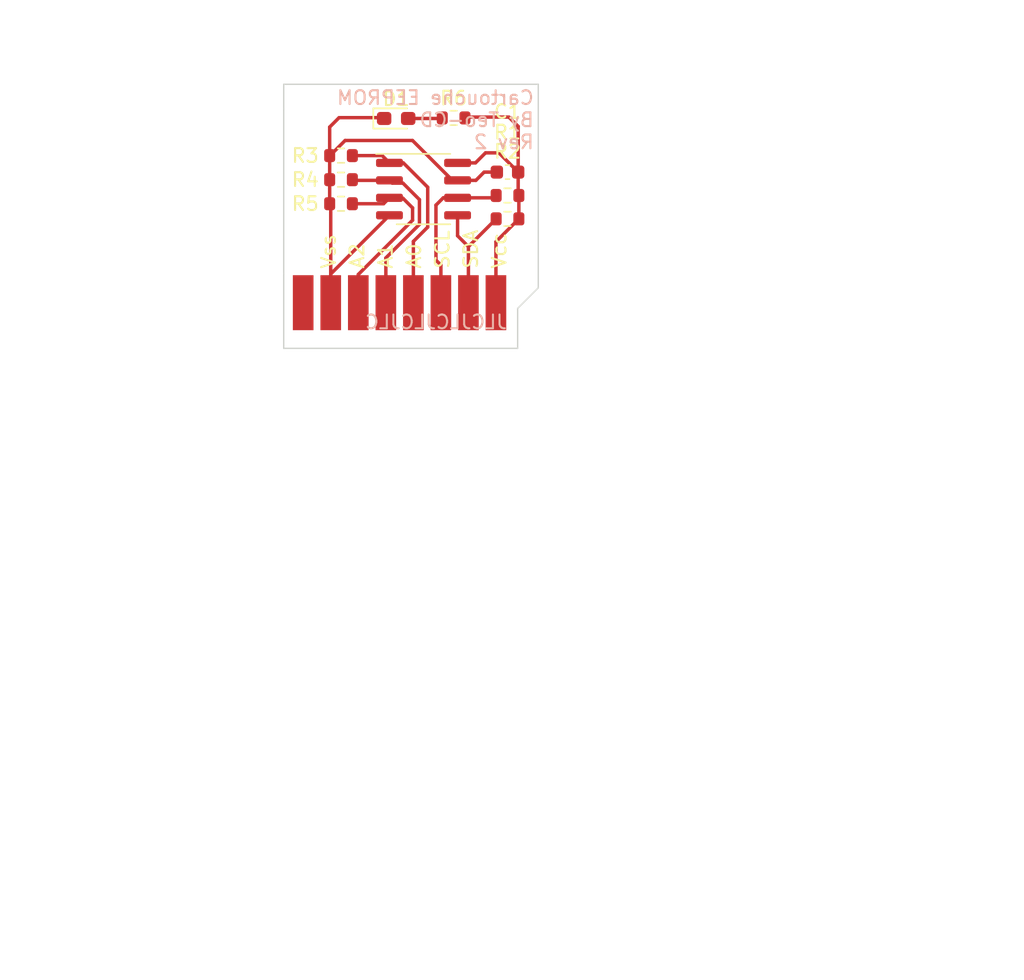
<source format=kicad_pcb>
(kicad_pcb (version 20211014) (generator pcbnew)
  (layers (0 "F.Cu" signal) (31 "B.Cu" signal) (34 "B.Paste" user) (35 "F.Paste" user) (36 "B.SilkS" user "B.Silkscreen") (37 "F.SilkS" user "F.Silkscreen") (38 "B.Mask" user) (39 "F.Mask" user) (44 "Edge.Cuts" user))
  (net 0 "")
  (net 2 "VCC")
  (net 3 "VSS")
  (net 4 "Net-(D1-Pad2)")
  (net 5 "/A0")
  (net 6 "/A1")
  (net 7 "/A2")
  (net 8 "/SDA")
  (net 9 "/SCL")
  (footprint "01_Passives:RES_0603" (layer "F.Cu") (at 118.06 84.9)
    (fp_text reference "R3" (at -2.6 0) (layer "F.SilkS"))
    (fp_text value "RES_0603_10K_1%")
    (fp_line (start -0.237258 -0.5225) (end 0.237258 -0.5225) (layer "F.SilkS") (width 0.12))
    (fp_line (start -0.237258 0.5225) (end 0.237258 0.5225) (layer "F.SilkS") (width 0.12))
    (pad "1" smd roundrect (at -0.825 0) (size 0.8 0.95) (layers "F.Cu" "F.Paste" "F.Mask") (net 3 "VSS"))
    (pad "2" smd roundrect (at 0.825 0) (size 0.8 0.95) (layers "F.Cu" "F.Paste" "F.Mask") (net 5 "/A0"))
  )
  (footprint "01_Passives:CAP_0603" (layer "F.Cu") (at 130.16 86.1 180)
    (fp_text reference "C1" (at 0 4.4) (layer "F.SilkS"))
    (fp_text value "CAP_0603_100nF_50V")
    (fp_line (start -0.14058 -0.51) (end 0.14058 -0.51) (layer "F.SilkS") (width 0.12))
    (fp_line (start -0.14058 0.51) (end 0.14058 0.51) (layer "F.SilkS") (width 0.12))
    (pad "1" smd roundrect (at -0.775 0 180) (size 0.9 0.95) (layers "F.Cu" "F.Paste" "F.Mask") (net 2 "VCC"))
    (pad "2" smd roundrect (at 0.775 0 180) (size 0.9 0.95) (layers "F.Cu" "F.Paste" "F.Mask") (net 3 "VSS"))
  )
  (footprint "01_Passives:RES_0603" (layer "F.Cu") (at 126.2425 82.16)
    (fp_text reference "R6" (at 0 -1.43) (layer "F.SilkS"))
    (fp_text value "RES_0603_150_1%")
    (fp_line (start -0.237258 0.5225) (end 0.237258 0.5225) (layer "F.SilkS") (width 0.12))
    (fp_line (start -0.237258 -0.5225) (end 0.237258 -0.5225) (layer "F.SilkS") (width 0.12))
    (pad "1" smd roundrect (at -0.825 0) (size 0.8 0.95) (layers "F.Cu" "F.Paste" "F.Mask") (net 4 "Net-(D1-Pad2)"))
    (pad "2" smd roundrect (at 0.825 0) (size 0.8 0.95) (layers "F.Cu" "F.Paste" "F.Mask") (net 2 "VCC"))
  )
  (footprint "01_Passives:RES_0603" (layer "F.Cu") (at 118.06 88.4)
    (fp_text reference "R5" (at -2.6 0) (layer "F.SilkS"))
    (fp_text value "RES_0603_10K_1%")
    (fp_line (start -0.237258 0.5225) (end 0.237258 0.5225) (layer "F.SilkS") (width 0.12))
    (fp_line (start -0.237258 -0.5225) (end 0.237258 -0.5225) (layer "F.SilkS") (width 0.12))
    (pad "1" smd roundrect (at -0.825 0) (size 0.8 0.95) (layers "F.Cu" "F.Paste" "F.Mask") (net 3 "VSS"))
    (pad "2" smd roundrect (at 0.825 0) (size 0.8 0.95) (layers "F.Cu" "F.Paste" "F.Mask") (net 7 "/A2"))
  )
  (footprint "LED_SMD:LED_0603_1608Metric_Pad1.05x0.95mm_HandSolder" (layer "F.Cu") (at 122.0675 82.2)
    (fp_text reference "D1" (at 0 -1.43) (layer "F.SilkS"))
    (fp_text value "LED")
    (fp_line (start 0.8 -0.735) (end -1.66 -0.735) (layer "F.SilkS") (width 0.12))
    (fp_line (start -1.66 -0.735) (end -1.66 0.735) (layer "F.SilkS") (width 0.12))
    (fp_line (start -1.66 0.735) (end 0.8 0.735) (layer "F.SilkS") (width 0.12))
    (pad "1" smd roundrect (at -0.875 0) (size 1.05 0.95) (layers "F.Cu" "F.Paste" "F.Mask") (net 3 "VSS"))
    (pad "2" smd roundrect (at 0.875 0) (size 1.05 0.95) (layers "F.Cu" "F.Paste" "F.Mask") (net 4 "Net-(D1-Pad2)"))
  )
  (footprint "01_Passives:RES_0603" (layer "F.Cu") (at 130.16 89.5)
    (fp_text reference "R1" (at 0 -6.3) (layer "F.SilkS"))
    (fp_text value "RES_0603_10K_1%")
    (fp_line (start -0.237258 0.5225) (end 0.237258 0.5225) (layer "F.SilkS") (width 0.12))
    (fp_line (start -0.237258 -0.5225) (end 0.237258 -0.5225) (layer "F.SilkS") (width 0.12))
    (pad "1" smd roundrect (at -0.825 0) (size 0.8 0.95) (layers "F.Cu" "F.Paste" "F.Mask") (net 8 "/SDA"))
    (pad "2" smd roundrect (at 0.825 0) (size 0.8 0.95) (layers "F.Cu" "F.Paste" "F.Mask") (net 2 "VCC"))
  )
  (footprint "01_Passives:RES_0603" (layer "F.Cu") (at 118.06 86.65)
    (fp_text reference "R4" (at -2.6 0) (layer "F.SilkS"))
    (fp_text value "RES_0603_10K_1%")
    (fp_line (start -0.237258 -0.5225) (end 0.237258 -0.5225) (layer "F.SilkS") (width 0.12))
    (fp_line (start -0.237258 0.5225) (end 0.237258 0.5225) (layer "F.SilkS") (width 0.12))
    (pad "1" smd roundrect (at -0.825 0) (size 0.8 0.95) (layers "F.Cu" "F.Paste" "F.Mask") (net 3 "VSS"))
    (pad "2" smd roundrect (at 0.825 0) (size 0.8 0.95) (layers "F.Cu" "F.Paste" "F.Mask") (net 6 "/A1"))
  )
  (footprint "02_Connectors:EEPROM_Cartridge_Connector" (layer "F.Cu") (at 122.359723 90.500338)
    (fp_text reference "J1" hide)
    (fp_text value "Conn_01x08_Male" hide)
    (pad "1" connect rect (at -7.050531 5.094158) (size 1.5 4) (layers "F.Cu" "F.Mask"))
    (pad "2" connect rect (at -5.047339 5.094158) (size 1.5 4) (layers "F.Cu" "F.Mask") (net 3 "VSS"))
    (pad "3" connect rect (at -3.044147 5.094158) (size 1.5 4) (layers "F.Cu" "F.Mask") (net 7 "/A2"))
    (pad "4" connect rect (at -1.040954 5.094158) (size 1.5 4) (layers "F.Cu" "F.Mask") (net 6 "/A1"))
    (pad "5" connect rect (at 0.959 5.094158) (size 1.5 4) (layers "F.Cu" "F.Mask") (net 5 "/A0"))
    (pad "6" connect rect (at 2.959 5.094158) (size 1.5 4) (layers "F.Cu" "F.Mask") (net 9 "/SCL"))
    (pad "7" connect rect (at 4.959 5.094158) (size 1.5 4) (layers "F.Cu" "F.Mask") (net 8 "/SDA"))
    (pad "8" connect rect (at 6.959 5.094158) (size 1.5 4) (layers "F.Cu" "F.Mask") (net 2 "VCC"))
  )
  (footprint "01_Passives:RES_0603" (layer "F.Cu") (at 130.16 87.8 180)
    (fp_text reference "R2" (at 0 3.2) (layer "F.SilkS"))
    (fp_text value "RES_0603_10K_1%")
    (fp_line (start -0.237258 -0.5225) (end 0.237258 -0.5225) (layer "F.SilkS") (width 0.12))
    (fp_line (start -0.237258 0.5225) (end 0.237258 0.5225) (layer "F.SilkS") (width 0.12))
    (pad "1" smd roundrect (at -0.825 0 180) (size 0.8 0.95) (layers "F.Cu" "F.Paste" "F.Mask") (net 2 "VCC"))
    (pad "2" smd roundrect (at 0.825 0 180) (size 0.8 0.95) (layers "F.Cu" "F.Paste" "F.Mask") (net 9 "/SCL"))
  )
  (footprint "Package_SO:SOIC-8_3.9x4.9mm_P1.27mm" (layer "F.Cu") (at 124.055949 87.334051)
    (fp_text reference "24LC512" hide)
    (fp_text value "24LC512")
    (fp_line (start 0 2.56) (end -1.95 2.56) (layer "F.SilkS") (width 0.12))
    (fp_line (start 0 -2.56) (end -3.45 -2.56) (layer "F.SilkS") (width 0.12))
    (fp_line (start 0 2.56) (end 1.95 2.56) (layer "F.SilkS") (width 0.12))
    (fp_line (start 0 -2.56) (end 1.95 -2.56) (layer "F.SilkS") (width 0.12))
    (pad "1" smd roundrect (at -2.475 -1.905) (size 1.95 0.6) (layers "F.Cu" "F.Paste" "F.Mask") (net 5 "/A0"))
    (pad "2" smd roundrect (at -2.475 -0.635) (size 1.95 0.6) (layers "F.Cu" "F.Paste" "F.Mask") (net 6 "/A1"))
    (pad "3" smd roundrect (at -2.475 0.635) (size 1.95 0.6) (layers "F.Cu" "F.Paste" "F.Mask") (net 7 "/A2"))
    (pad "4" smd roundrect (at -2.475 1.905) (size 1.95 0.6) (layers "F.Cu" "F.Paste" "F.Mask") (net 3 "VSS"))
    (pad "5" smd roundrect (at 2.475 1.905) (size 1.95 0.6) (layers "F.Cu" "F.Paste" "F.Mask") (net 8 "/SDA"))
    (pad "6" smd roundrect (at 2.475 0.635) (size 1.95 0.6) (layers "F.Cu" "F.Paste" "F.Mask") (net 9 "/SCL"))
    (pad "7" smd roundrect (at 2.475 -0.635) (size 1.95 0.6) (layers "F.Cu" "F.Paste" "F.Mask") (net 3 "VSS"))
    (pad "8" smd roundrect (at 2.475 -1.905) (size 1.95 0.6) (layers "F.Cu" "F.Paste" "F.Mask") (net 2 "VCC"))
  )
  (gr_line (start 113.895949 98.914051) (end 130.895949 98.914051) (layer "Edge.Cuts") (width 0.1))
  (gr_line (start 113.895949 81.514051) (end 113.895949 93.514051) (layer "Edge.Cuts") (width 0.1))
  (gr_line (start 113.895949 79.714051) (end 132.395949 79.714051) (layer "Edge.Cuts") (width 0.1))
  (gr_line (start 132.395949 79.714051) (end 132.395949 94.514051) (layer "Edge.Cuts") (width 0.1))
  (gr_line (start 113.895949 81.514051) (end 113.895949 79.714051) (layer "Edge.Cuts") (width 0.1))
  (gr_line (start 113.895949 93.514051) (end 113.895949 98.914051) (layer "Edge.Cuts") (width 0.1))
  (gr_line (start 130.895949 96.014051) (end 130.895949 98.914051) (layer "Edge.Cuts") (width 0.1))
  (gr_line (start 132.395949 94.514051) (end 130.895949 96.014051) (layer "Edge.Cuts") (width 0.1))
  (gr_text "Cartouche EEPROM\nBy Teo-CD\nRev 2" (at 132.16 82.3) (layer "B.SilkS") (effects (font (size 1 1)) (justify left mirror)))
  (gr_text "JLCJLCJLCJLC" (at 124.96 97) (layer "B.SilkS") (effects (font (size 1 1)) (justify mirror)))
  (gr_text "SCL" (at 125.426664 91.72381 -270) (layer "F.SilkS") (effects (font (size 1 1))))
  (gr_text "Vss" (at 117.16 91.866667 -270) (layer "F.SilkS") (effects (font (size 1 1))))
  (gr_text "Vcc" (at 129.56 91.819048 -270) (layer "F.SilkS") (effects (font (size 1 1))))
  (gr_text "A0" (at 123.359998 92.2 -270) (layer "F.SilkS") (effects (font (size 1 1))))
  (gr_text "SDA" (at 127.49333 91.7 -270) (layer "F.SilkS") (effects (font (size 1 1))))
  (gr_text "A1" (at 121.293332 92.2 -270) (layer "F.SilkS") (effects (font (size 1 1))))
  (gr_text "A2" (at 119.226666 92.2 -270) (layer "F.SilkS") (effects (font (size 1 1))))
  (segment (start 130.935 82.775) (end 130.935 86.1) (width 0.25) (layer "F.Cu") (net 2))
  (segment (start 130.935 86.1) (end 130.935 87.75) (width 0.25) (layer "F.Cu") (net 2))
  (segment (start 128.56 84.7) (end 129.535 84.7) (width 0.25) (layer "F.Cu") (net 2))
  (segment (start 130.985 87.8) (end 130.985 89.5) (width 0.25) (layer "F.Cu") (net 2))
  (segment (start 127.830949 85.429051) (end 128.56 84.7) (width 0.25) (layer "F.Cu") (net 2))
  (segment (start 130.935 87.75) (end 130.985 87.8) (width 0.25) (layer "F.Cu") (net 2))
  (segment (start 130.26 82.1) (end 130.935 82.775) (width 0.25) (layer "F.Cu") (net 2))
  (segment (start 129.535 84.7) (end 130.935 86.1) (width 0.25) (layer "F.Cu") (net 2))
  (segment (start 126.86 82.1) (end 130.26 82.1) (width 0.25) (layer "F.Cu") (net 2))
  (segment (start 129.318723 91.166277) (end 129.318723 95.594496) (width 0.25) (layer "F.Cu") (net 2))
  (segment (start 130.985 89.5) (end 129.318723 91.166277) (width 0.25) (layer "F.Cu") (net 2))
  (segment (start 126.530949 85.429051) (end 127.830949 85.429051) (width 0.25) (layer "F.Cu") (net 2))
  (segment (start 117.312384 95.594496) (end 117.312384 93.507616) (width 0.25) (layer "F.Cu") (net 3))
  (segment (start 117.235 84.9) (end 117.26 84.9) (width 0.25) (layer "F.Cu") (net 3))
  (segment (start 117.92 82.14) (end 121.1325 82.14) (width 0.25) (layer "F.Cu") (net 3))
  (segment (start 126.531898 86.7) (end 126.530949 86.699051) (width 0.25) (layer "F.Cu") (net 3))
  (segment (start 118.36 83.8) (end 123.255147 83.8) (width 0.25) (layer "F.Cu") (net 3))
  (segment (start 123.255147 83.8) (end 126.154198 86.699051) (width 0.25) (layer "F.Cu") (net 3))
  (segment (start 126.154198 86.699051) (end 126.530949 86.699051) (width 0.25) (layer "F.Cu") (net 3))
  (segment (start 127.86 86.7) (end 126.531898 86.7) (width 0.25) (layer "F.Cu") (net 3))
  (segment (start 117.312384 95.594496) (end 117.312384 88.477384) (width 0.25) (layer "F.Cu") (net 3))
  (segment (start 117.179051 84.955949) (end 117.235 84.9) (width 0.25) (layer "F.Cu") (net 3))
  (segment (start 117.312384 88.477384) (end 117.235 88.4) (width 0.25) (layer "F.Cu") (net 3))
  (segment (start 121.1325 82.14) (end 121.1925 82.2) (width 0.25) (layer "F.Cu") (net 3))
  (segment (start 128.46 86.1) (end 127.86 86.7) (width 0.25) (layer "F.Cu") (net 3))
  (segment (start 117.92 82.14) (end 117.235 82.825) (width 0.25) (layer "F.Cu") (net 3))
  (segment (start 117.312384 93.507616) (end 121.580949 89.239051) (width 0.25) (layer "F.Cu") (net 3))
  (segment (start 117.26 84.9) (end 118.36 83.8) (width 0.25) (layer "F.Cu") (net 3))
  (segment (start 117.235 82.825) (end 117.235 84.9) (width 0.25) (layer "F.Cu") (net 3))
  (segment (start 117.235 86.65) (end 117.235 88.4) (width 0.25) (layer "F.Cu") (net 3))
  (segment (start 117.235 84.9) (end 117.235 86.65) (width 0.25) (layer "F.Cu") (net 3))
  (segment (start 129.385 86.1) (end 128.46 86.1) (width 0.25) (layer "F.Cu") (net 3))
  (segment (start 122.9425 82.2) (end 125.3775 82.2) (width 0.25) (layer "F.Cu") (net 4))
  (segment (start 125.3775 82.2) (end 125.4175 82.16) (width 0.25) (layer "F.Cu") (net 4))
  (segment (start 124.36 87.2) (end 124.36 90.1) (width 0.25) (layer "F.Cu") (net 5))
  (segment (start 124.36 90.1) (end 123.318723 91.141277) (width 0.25) (layer "F.Cu") (net 5))
  (segment (start 121.580949 85.429051) (end 122.589051 85.429051) (width 0.25) (layer "F.Cu") (net 5))
  (segment (start 118.885 84.9) (end 121.051898 84.9) (width 0.25) (layer "F.Cu") (net 5))
  (segment (start 123.318723 91.141277) (end 123.318723 95.594496) (width 0.25) (layer "F.Cu") (net 5))
  (segment (start 122.589051 85.429051) (end 124.36 87.2) (width 0.25) (layer "F.Cu") (net 5))
  (segment (start 121.051898 84.9) (end 121.580949 85.429051) (width 0.25) (layer "F.Cu") (net 5))
  (segment (start 123.76 88.1) (end 122.56 86.9) (width 0.25) (layer "F.Cu") (net 6))
  (segment (start 122.56 86.9) (end 121.781898 86.9) (width 0.25) (layer "F.Cu") (net 6))
  (segment (start 121.318769 92.341231) (end 123.76 89.9) (width 0.25) (layer "F.Cu") (net 6))
  (segment (start 123.76 89.9) (end 123.76 88.1) (width 0.25) (layer "F.Cu") (net 6))
  (segment (start 118.885 86.7) (end 121.58 86.7) (width 0.25) (layer "F.Cu") (net 6))
  (segment (start 121.781898 86.9) (end 121.580949 86.699051) (width 0.25) (layer "F.Cu") (net 6))
  (segment (start 121.58 86.7) (end 121.580949 86.699051) (width 0.25) (layer "F.Cu") (net 6))
  (segment (start 121.318769 95.594496) (end 121.318769 92.341231) (width 0.25) (layer "F.Cu") (net 6))
  (segment (start 123.26 89.6) (end 119.315576 93.544424) (width 0.25) (layer "F.Cu") (net 7))
  (segment (start 121.611898 88) (end 121.580949 87.969051) (width 0.25) (layer "F.Cu") (net 7))
  (segment (start 123.26 89.6) (end 123.26 88.7) (width 0.25) (layer "F.Cu") (net 7))
  (segment (start 123.26 88.7) (end 122.56 88) (width 0.25) (layer "F.Cu") (net 7))
  (segment (start 119.315576 93.544424) (end 119.315576 95.594496) (width 0.25) (layer "F.Cu") (net 7))
  (segment (start 121.15 88.4) (end 121.580949 87.969051) (width 0.25) (layer "F.Cu") (net 7))
  (segment (start 118.885 88.4) (end 121.15 88.4) (width 0.25) (layer "F.Cu") (net 7))
  (segment (start 122.56 88) (end 121.611898 88) (width 0.25) (layer "F.Cu") (net 7))
  (segment (start 126.530949 90.728503) (end 127.318723 91.516277) (width 0.25) (layer "F.Cu") (net 8))
  (segment (start 127.318723 91.516277) (end 127.318723 95.594496) (width 0.25) (layer "F.Cu") (net 8))
  (segment (start 129.36233 89.568629) (end 129.36233 89.64767) (width 0.25) (layer "F.Cu") (net 8))
  (segment (start 129.335 89.5) (end 127.318723 91.516277) (width 0.25) (layer "F.Cu") (net 8))
  (segment (start 126.530949 89.239051) (end 126.530949 90.728503) (width 0.25) (layer "F.Cu") (net 8))
  (segment (start 124.96 88.5) (end 124.96 92.5) (width 0.25) (layer "F.Cu") (net 9))
  (segment (start 126.530949 87.969051) (end 125.490949 87.969051) (width 0.25) (layer "F.Cu") (net 9))
  (segment (start 124.96 92.5) (end 125.318723 92.858723) (width 0.25) (layer "F.Cu") (net 9))
  (segment (start 125.318723 92.858723) (end 125.318723 95.594496) (width 0.25) (layer "F.Cu") (net 9))
  (segment (start 125.490949 87.969051) (end 124.96 88.5) (width 0.25) (layer "F.Cu") (net 9))
  (segment (start 129.350469 87.789506) (end 129.170924 87.969051) (width 0.25) (layer "F.Cu") (net 9))
  (segment (start 129.170924 87.969051) (end 126.530949 87.969051) (width 0.25) (layer "F.Cu") (net 9))
)
</source>
